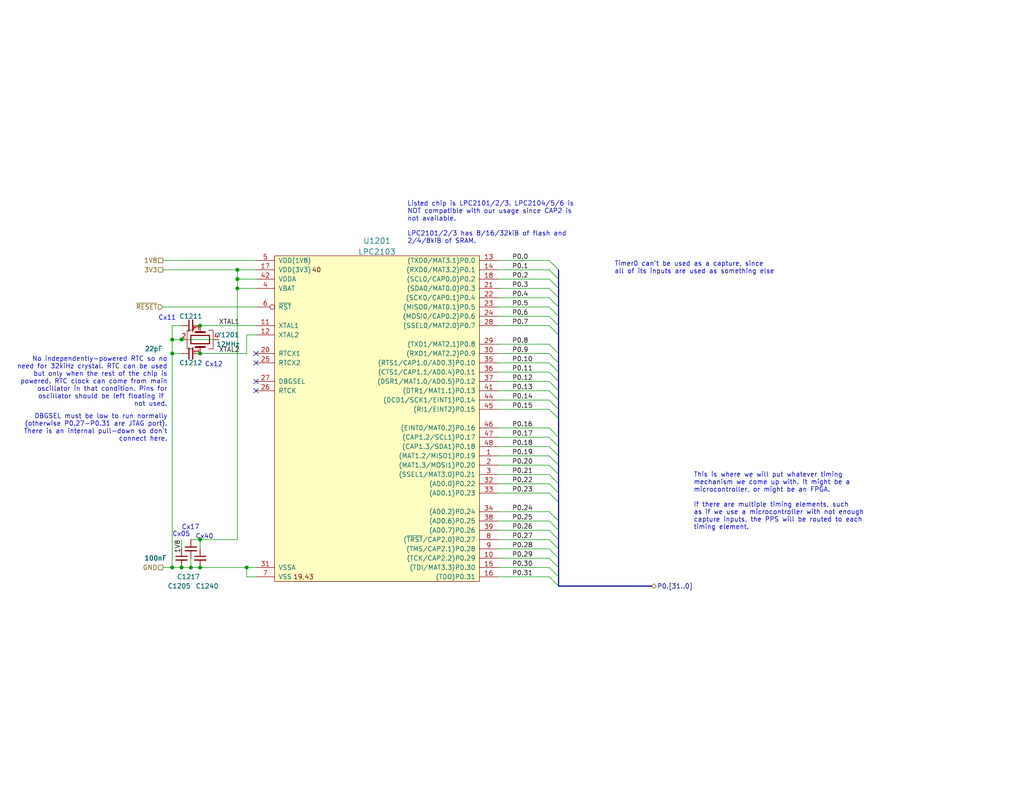
<source format=kicad_sch>
(kicad_sch (version 20230121) (generator eeschema)
  (paper "USLetter")
  (title_block (title "Rollercoasterometer") (date "2022-10-07") (company "Kwan Systems"))
  (lib_symbols
    (symbol "Device:C_Small" (pin_numbers hide) (pin_names (offset 0.254) hide)
      (property "Reference" "C" (at 0.254 1.778 0))
      (property "Value" "C_Small" (at 0.254 -2.032 0))
      (symbol "C_Small_0_1"
        (polyline (pts (xy -1.524 -0.508) (xy 1.524 -0.508)) (stroke (width 0.3302)))
        (polyline (pts (xy -1.524 0.508) (xy 1.524 0.508)) (stroke (width 0.3048)))
      )
      (symbol "C_Small_1_1"
        (pin passive line (at 0 2.54 270) (length 2.032) (name "~") (number "1"))
        (pin passive line (at 0 -2.54 90) (length 2.032) (name "~") (number "2"))
      )
    )
    (symbol "Device:Crystal_GND24" (pin_names (offset 1.016) hide)
      (property "Reference" "Y" (at 3.175 5.08 0))
      (property "Value" "Crystal_GND24" (at 3.175 3.175 0))
      (symbol "Crystal_GND24_0_1"
        (rectangle (start -1.143 2.54) (end 1.143 -2.54) (stroke (width 0.3048)))
        (polyline (pts (xy -2.54 0) (xy -2.032 0)))
        (polyline (pts (xy -2.032 -1.27) (xy -2.032 1.27)) (stroke (width 0.508)))
        (polyline (pts (xy 0 -3.81) (xy 0 -3.556)))
        (polyline (pts (xy 0 3.556) (xy 0 3.81)))
        (polyline (pts (xy 2.032 -1.27) (xy 2.032 1.27)) (stroke (width 0.508)))
        (polyline (pts (xy 2.032 0) (xy 2.54 0)))
        (polyline (pts (xy -2.54 -2.286) (xy -2.54 -3.556) (xy 2.54 -3.556) (xy 2.54 -2.286)))
        (polyline (pts (xy -2.54 2.286) (xy -2.54 3.556) (xy 2.54 3.556) (xy 2.54 2.286)))
      )
      (symbol "Crystal_GND24_1_1"
        (pin passive line (at -3.81 0 0) (length 1.27) (name "1") (number "1"))
        (pin passive line (at 0 5.08 270) (length 1.27) (name "2") (number "2"))
        (pin passive line (at 3.81 0 180) (length 1.27) (name "3") (number "3"))
        (pin passive line (at 0 -5.08 90) (length 1.27) (name "4") (number "4"))
      )
    )
    (symbol "KwanSystems:LPC2103" (pin_names (offset 1.016))
      (property "Reference" "U" (at 59.69 35.56 0))
      (property "Value" "LPC2103" (at 10.16 35.56 0))
      (symbol "LPC2103_0_0"
        (text "19,43" (at 10.16 -53.34 0) (effects (font (size 1.27 1.27)) (justify left)))
        (text "40" (at 16.51 30.48 0) (effects (font (size 1.27 1.27))))
      )
      (symbol "LPC2103_0_1"
        (rectangle (start 5.08 34.29) (end 60.96 -54.61) (fill (type background)))
      )
      (symbol "LPC2103_1_1"
        (pin bidirectional line (at 66.04 -20.32 180) (length 5.08) (name "(MAT1.2/MISO1)P0.19") (number "1"))
        (pin bidirectional line (at 66.04 -48.26 180) (length 5.08) (name "(TCK/CAP2.2)P0.29") (number "10"))
        (pin input line (at 0 15.24 0) (length 5.08) (name "XTAL1") (number "11"))
        (pin output line (at 0 12.7 0) (length 5.08) (name "XTAL2") (number "12"))
        (pin bidirectional line (at 66.04 33.02 180) (length 5.08) (name "(TXD0/MAT3.1)P0.0") (number "13"))
        (pin bidirectional line (at 66.04 30.48 180) (length 5.08) (name "(RXD0/MAT3.2)P0.1") (number "14"))
        (pin bidirectional line (at 66.04 -50.8 180) (length 5.08) (name "(TDI/MAT3.3)P0.30") (number "15"))
        (pin bidirectional line (at 66.04 -53.34 180) (length 5.08) (name "(TDO)P0.31") (number "16"))
        (pin power_in line (at 0 30.48 0) (length 5.08) (name "VDD(3V3)") (number "17"))
        (pin bidirectional line (at 66.04 27.94 180) (length 5.08) (name "(SCL0/CAP0.0)P0.2") (number "18"))
        (pin power_in line (at 0 -53.34 0) (length 5.08) hide (name "VSS") (number "19"))
        (pin bidirectional line (at 66.04 -22.86 180) (length 5.08) (name "(MAT1.3/MOSI1)P0.20") (number "2"))
        (pin input line (at 0 7.62 0) (length 5.08) (name "RTCX1") (number "20"))
        (pin bidirectional line (at 66.04 25.4 180) (length 5.08) (name "(SDA0/MAT0.0)P0.3") (number "21"))
        (pin bidirectional line (at 66.04 22.86 180) (length 5.08) (name "(SCK0/CAP0.1)P0.4") (number "22"))
        (pin bidirectional line (at 66.04 20.32 180) (length 5.08) (name "(MISO0/MAT0.1)P0.5") (number "23"))
        (pin bidirectional line (at 66.04 17.78 180) (length 5.08) (name "(MOSI0/CAP0.2)P0.6") (number "24"))
        (pin output line (at 0 5.08 0) (length 5.08) (name "RTCX2") (number "25"))
        (pin bidirectional line (at 0 -2.54 0) (length 5.08) (name "RTCK") (number "26"))
        (pin input line (at 0 0 0) (length 5.08) (name "DBGSEL") (number "27"))
        (pin bidirectional line (at 66.04 15.24 180) (length 5.08) (name "(SSEL0/MAT2.0)P0.7") (number "28"))
        (pin bidirectional line (at 66.04 10.16 180) (length 5.08) (name "(TXD1/MAT2.1)P0.8") (number "29"))
        (pin bidirectional line (at 66.04 -25.4 180) (length 5.08) (name "(SSEL1/MAT3.0)P0.21") (number "3"))
        (pin bidirectional line (at 66.04 7.62 180) (length 5.08) (name "(RXD1/MAT2.2)P0.9") (number "30"))
        (pin power_in line (at 0 -50.8 0) (length 5.08) (name "VSSA") (number "31"))
        (pin bidirectional line (at 66.04 -27.94 180) (length 5.08) (name "(AD0.0)P0.22") (number "32"))
        (pin bidirectional line (at 66.04 -30.48 180) (length 5.08) (name "(AD0.1)P0.23") (number "33"))
        (pin bidirectional line (at 66.04 -35.56 180) (length 5.08) (name "(AD0.2)P0.24") (number "34"))
        (pin bidirectional line (at 66.04 5.08 180) (length 5.08) (name "(RTS1/CAP1.0/AD0.3)P0.10") (number "35"))
        (pin bidirectional line (at 66.04 2.54 180) (length 5.08) (name "(CTS1/CAP1.1/AD0.4)P0.11") (number "36"))
        (pin bidirectional line (at 66.04 0 180) (length 5.08) (name "(DSR1/MAT1.0/AD0.5)P0.12") (number "37"))
        (pin bidirectional line (at 66.04 -38.1 180) (length 5.08) (name "(AD0.6)P0.25") (number "38"))
        (pin bidirectional line (at 66.04 -40.64 180) (length 5.08) (name "(AD0.7)P0.26") (number "39"))
        (pin power_in line (at 0 25.4 0) (length 5.08) (name "VBAT") (number "4"))
        (pin power_in line (at 0 30.48 0) (length 5.08) hide (name "VDD(3V3)") (number "40"))
        (pin bidirectional line (at 66.04 -2.54 180) (length 5.08) (name "(DTR1/MAT1.1)P0.13") (number "41"))
        (pin power_in line (at 0 27.94 0) (length 5.08) (name "VDDA") (number "42"))
        (pin power_in line (at 0 -53.34 0) (length 5.08) hide (name "VSS") (number "43"))
        (pin bidirectional line (at 66.04 -5.08 180) (length 5.08) (name "(DCD1/SCK1/EINT1)P0.14") (number "44"))
        (pin bidirectional line (at 66.04 -7.62 180) (length 5.08) (name "(RI1/EINT2)P0.15") (number "45"))
        (pin bidirectional line (at 66.04 -12.7 180) (length 5.08) (name "(EINT0/MAT0.2)P0.16") (number "46"))
        (pin bidirectional line (at 66.04 -15.24 180) (length 5.08) (name "(CAP1.2/SCL1)P0.17") (number "47"))
        (pin bidirectional line (at 66.04 -17.78 180) (length 5.08) (name "(CAP1.3/SDA1)P0.18") (number "48"))
        (pin power_in line (at 0 33.02 0) (length 5.08) (name "VDD(1V8)") (number "5"))
        (pin bidirectional inverted (at 0 20.32 0) (length 5.08) (name "~{RST}") (number "6"))
        (pin power_in line (at 0 -53.34 0) (length 5.08) (name "VSS") (number "7"))
        (pin bidirectional line (at 66.04 -43.18 180) (length 5.08) (name "(~{TRST}/CAP2.0)P0.27") (number "8"))
        (pin bidirectional line (at 66.04 -45.72 180) (length 5.08) (name "(TMS/CAP2.1)P0.28") (number "9"))
      )
    )
  )
  (junction (at 49.53 92.71))
  (junction (at 46.99 154.94))
  (junction (at 54.61 147.32))
  (junction (at 54.61 154.94))
  (junction (at 52.07 154.94))
  (junction (at 46.99 92.71))
  (junction (at 46.99 96.52))
  (junction (at 49.53 154.94))
  (junction (at 64.77 76.2))
  (junction (at 54.61 96.52))
  (junction (at 64.77 78.74))
  (junction (at 54.61 88.9))
  (junction (at 67.31 154.94))
  (junction (at 64.77 73.66))
  (no_connect (at 69.85 104.14))
  (no_connect (at 69.85 99.06))
  (no_connect (at 69.85 96.52))
  (no_connect (at 69.85 106.68))
  (bus_entry (at 149.86 139.7) (size 2.54 2.54))
  (bus_entry (at 149.86 116.84) (size 2.54 2.54))
  (bus_entry (at 149.86 127) (size 2.54 2.54))
  (bus_entry (at 149.86 76.2) (size 2.54 2.54))
  (bus_entry (at 149.86 119.38) (size 2.54 2.54))
  (bus_entry (at 149.86 96.52) (size 2.54 2.54))
  (bus_entry (at 149.86 73.66) (size 2.54 2.54))
  (bus_entry (at 149.86 144.78) (size 2.54 2.54))
  (bus_entry (at 149.86 129.54) (size 2.54 2.54))
  (bus_entry (at 149.86 111.76) (size 2.54 2.54))
  (bus_entry (at 149.86 86.36) (size 2.54 2.54))
  (bus_entry (at 149.86 101.6) (size 2.54 2.54))
  (bus_entry (at 149.86 93.98) (size 2.54 2.54))
  (bus_entry (at 149.86 106.68) (size 2.54 2.54))
  (bus_entry (at 149.86 157.48) (size 2.54 2.54))
  (bus_entry (at 149.86 149.86) (size 2.54 2.54))
  (bus_entry (at 149.86 81.28) (size 2.54 2.54))
  (bus_entry (at 149.86 99.06) (size 2.54 2.54))
  (bus_entry (at 149.86 152.4) (size 2.54 2.54))
  (bus_entry (at 149.86 142.24) (size 2.54 2.54))
  (bus_entry (at 149.86 104.14) (size 2.54 2.54))
  (bus_entry (at 149.86 124.46) (size 2.54 2.54))
  (bus_entry (at 149.86 134.62) (size 2.54 2.54))
  (bus_entry (at 149.86 132.08) (size 2.54 2.54))
  (bus_entry (at 149.86 154.94) (size 2.54 2.54))
  (bus_entry (at 149.86 109.22) (size 2.54 2.54))
  (bus_entry (at 149.86 83.82) (size 2.54 2.54))
  (bus_entry (at 149.86 88.9) (size 2.54 2.54))
  (bus_entry (at 149.86 78.74) (size 2.54 2.54))
  (bus_entry (at 149.86 147.32) (size 2.54 2.54))
  (bus_entry (at 149.86 121.92) (size 2.54 2.54))
  (bus_entry (at 149.86 71.12) (size 2.54 2.54))
  (wire (pts (xy 54.61 147.32) (xy 54.61 149.86)))
  (bus (pts (xy 152.4 81.28) (xy 152.4 83.82)))
  (wire (pts (xy 64.77 76.2) (xy 69.85 76.2)))
  (bus (pts (xy 152.4 121.92) (xy 152.4 124.46)))
  (bus (pts (xy 152.4 83.82) (xy 152.4 86.36)))
  (wire (pts (xy 135.89 104.14) (xy 149.86 104.14)))
  (bus (pts (xy 152.4 91.44) (xy 152.4 96.52)))
  (wire (pts (xy 135.89 149.86) (xy 149.86 149.86)))
  (wire (pts (xy 49.53 88.9) (xy 46.99 88.9)))
  (bus (pts (xy 152.4 86.36) (xy 152.4 88.9)))
  (bus (pts (xy 152.4 104.14) (xy 152.4 106.68)))
  (wire (pts (xy 46.99 92.71) (xy 46.99 96.52)))
  (wire (pts (xy 135.89 109.22) (xy 149.86 109.22)))
  (wire (pts (xy 49.53 154.94) (xy 52.07 154.94)))
  (wire (pts (xy 49.53 147.32) (xy 49.53 149.86)))
  (bus (pts (xy 152.4 73.66) (xy 152.4 76.2)))
  (wire (pts (xy 52.07 154.94) (xy 54.61 154.94)))
  (bus (pts (xy 152.4 154.94) (xy 152.4 157.48)))
  (wire (pts (xy 44.45 73.66) (xy 64.77 73.66)))
  (wire (pts (xy 49.53 92.71) (xy 59.69 92.71)))
  (bus (pts (xy 152.4 101.6) (xy 152.4 104.14)))
  (wire (pts (xy 64.77 78.74) (xy 69.85 78.74)))
  (wire (pts (xy 135.89 76.2) (xy 149.86 76.2)))
  (wire (pts (xy 54.61 147.32) (xy 52.07 147.32)))
  (bus (pts (xy 152.4 88.9) (xy 152.4 91.44)))
  (bus (pts (xy 152.4 149.86) (xy 152.4 152.4)))
  (bus (pts (xy 152.4 109.22) (xy 152.4 111.76)))
  (wire (pts (xy 135.89 83.82) (xy 149.86 83.82)))
  (wire (pts (xy 54.61 154.94) (xy 67.31 154.94)))
  (bus (pts (xy 152.4 142.24) (xy 152.4 144.78)))
  (wire (pts (xy 135.89 93.98) (xy 149.86 93.98)))
  (wire (pts (xy 67.31 157.48) (xy 69.85 157.48)))
  (wire (pts (xy 135.89 99.06) (xy 149.86 99.06)))
  (bus (pts (xy 152.4 137.16) (xy 152.4 142.24)))
  (bus (pts (xy 152.4 99.06) (xy 152.4 101.6)))
  (bus (pts (xy 152.4 96.52) (xy 152.4 99.06)))
  (wire (pts (xy 135.89 71.12) (xy 149.86 71.12)))
  (bus (pts (xy 152.4 132.08) (xy 152.4 134.62)))
  (wire (pts (xy 135.89 88.9) (xy 149.86 88.9)))
  (wire (pts (xy 135.89 78.74) (xy 149.86 78.74)))
  (bus (pts (xy 152.4 78.74) (xy 152.4 81.28)))
  (wire (pts (xy 135.89 86.36) (xy 149.86 86.36)))
  (wire (pts (xy 135.89 154.94) (xy 149.86 154.94)))
  (bus (pts (xy 152.4 160.02) (xy 177.8 160.02)))
  (wire (pts (xy 135.89 119.38) (xy 149.86 119.38)))
  (wire (pts (xy 46.99 92.71) (xy 49.53 92.71)))
  (wire (pts (xy 64.77 78.74) (xy 64.77 147.32)))
  (wire (pts (xy 135.89 81.28) (xy 149.86 81.28)))
  (wire (pts (xy 64.77 73.66) (xy 69.85 73.66)))
  (wire (pts (xy 135.89 127) (xy 149.86 127)))
  (bus (pts (xy 152.4 119.38) (xy 152.4 121.92)))
  (wire (pts (xy 135.89 116.84) (xy 149.86 116.84)))
  (wire (pts (xy 44.45 154.94) (xy 46.99 154.94)))
  (wire (pts (xy 135.89 96.52) (xy 149.86 96.52)))
  (wire (pts (xy 135.89 147.32) (xy 149.86 147.32)))
  (wire (pts (xy 67.31 154.94) (xy 69.85 154.94)))
  (wire (pts (xy 135.89 139.7) (xy 149.86 139.7)))
  (bus (pts (xy 152.4 127) (xy 152.4 129.54)))
  (wire (pts (xy 135.89 134.62) (xy 149.86 134.62)))
  (wire (pts (xy 135.89 157.48) (xy 149.86 157.48)))
  (wire (pts (xy 46.99 154.94) (xy 49.53 154.94)))
  (wire (pts (xy 135.89 152.4) (xy 149.86 152.4)))
  (bus (pts (xy 152.4 114.3) (xy 152.4 119.38)))
  (wire (pts (xy 44.45 71.12) (xy 69.85 71.12)))
  (bus (pts (xy 152.4 157.48) (xy 152.4 160.02)))
  (wire (pts (xy 67.31 96.52) (xy 54.61 96.52)))
  (wire (pts (xy 135.89 142.24) (xy 149.86 142.24)))
  (bus (pts (xy 152.4 129.54) (xy 152.4 132.08)))
  (wire (pts (xy 64.77 76.2) (xy 64.77 73.66)))
  (bus (pts (xy 152.4 106.68) (xy 152.4 109.22)))
  (bus (pts (xy 152.4 111.76) (xy 152.4 114.3)))
  (wire (pts (xy 46.99 96.52) (xy 49.53 96.52)))
  (wire (pts (xy 44.45 83.82) (xy 69.85 83.82)))
  (bus (pts (xy 152.4 152.4) (xy 152.4 154.94)))
  (wire (pts (xy 135.89 124.46) (xy 149.86 124.46)))
  (wire (pts (xy 135.89 73.66) (xy 149.86 73.66)))
  (bus (pts (xy 152.4 134.62) (xy 152.4 137.16)))
  (wire (pts (xy 135.89 101.6) (xy 149.86 101.6)))
  (wire (pts (xy 67.31 91.44) (xy 67.31 96.52)))
  (wire (pts (xy 69.85 91.44) (xy 67.31 91.44)))
  (wire (pts (xy 67.31 154.94) (xy 67.31 157.48)))
  (bus (pts (xy 152.4 76.2) (xy 152.4 78.74)))
  (bus (pts (xy 152.4 147.32) (xy 152.4 149.86)))
  (wire (pts (xy 135.89 111.76) (xy 149.86 111.76)))
  (wire (pts (xy 135.89 121.92) (xy 149.86 121.92)))
  (bus (pts (xy 152.4 124.46) (xy 152.4 127)))
  (wire (pts (xy 135.89 132.08) (xy 149.86 132.08)))
  (wire (pts (xy 135.89 144.78) (xy 149.86 144.78)))
  (wire (pts (xy 135.89 106.68) (xy 149.86 106.68)))
  (wire (pts (xy 54.61 88.9) (xy 69.85 88.9)))
  (bus (pts (xy 152.4 144.78) (xy 152.4 147.32)))
  (wire (pts (xy 52.07 152.4) (xy 52.07 154.94)))
  (wire (pts (xy 64.77 76.2) (xy 64.77 78.74)))
  (wire (pts (xy 46.99 96.52) (xy 46.99 154.94)))
  (wire (pts (xy 54.61 147.32) (xy 64.77 147.32)))
  (wire (pts (xy 135.89 129.54) (xy 149.86 129.54)))
  (wire (pts (xy 46.99 88.9) (xy 46.99 92.71)))
  (text "No independently-powered RTC so no\nneed for 32kiHz crystal. RTC can be used\nbut only when the rest of the chip is\npowered. RTC clock can come from main\noscillator in that condition. Pins for\noscillator should be left floating if \nnot used." (at 45.72 111.125 0) (effects (font (size 1.27 1.27)) (justify right bottom)))
  (text "Listed chip is LPC2101/2/3. LPC2104/5/6 is \nNOT compatible with our usage since CAP2 is\nnot available.\n\nLPC2101/2/3 has 8/16/32kiB of flash and \n2/4/8kiB of SRAM." (at 111.125 66.675 0) (effects (font (size 1.27 1.27)) (justify left bottom)))
  (text "Cx05" (at 46.99 146.685 0) (effects (font (size 1.27 1.27)) (justify left bottom)))
  (text "Timer0 can't be used as a capture, since\nall of its inputs are used as something else" (at 167.64 74.93 0) (effects (font (size 1.27 1.27)) (justify left bottom)))
  (text "Cx12" (at 55.88 100.33 0) (effects (font (size 1.27 1.27)) (justify left bottom)))
  (text "DBGSEL must be low to run normally\n(otherwise P0.27-P0.31 are JTAG port).\nThere is an internal pull-down so don't\nconnect here." (at 45.72 120.65 0) (effects (font (size 1.27 1.27)) (justify right bottom)))
  (text "Cx17" (at 49.53 144.78 0) (effects (font (size 1.27 1.27)) (justify left bottom)))
  (text "This is where we will put whatever timing\nmechanism we come up with. It might be a\nmicrocontroller, or might be an FPGA.\n\nIf there are multiple timing elements, such\nas if we use a microcontroller with not enough\ncapture inputs, the PPS will be routed to each\ntiming element." (at 189.23 144.78 0) (effects (font (size 1.27 1.27)) (justify left bottom)))
  (text "Cx11" (at 43.18 87.63 0) (effects (font (size 1.27 1.27)) (justify left bottom)))
  (text "Cx40" (at 53.34 147.32 0) (effects (font (size 1.27 1.27)) (justify left bottom)))
  (label "P0.11" (at 139.7 101.6 0))
  (label "P0.3" (at 139.7 78.74 0))
  (label "P0.30" (at 139.7 154.94 0))
  (label "P0.29" (at 139.7 152.4 0))
  (label "XTAL1" (at 59.69 88.9 0))
  (label "P0.13" (at 139.7 106.68 0))
  (label "P0.24" (at 139.7 139.7 0))
  (label "P0.23" (at 139.7 134.62 0))
  (label "P0.16" (at 139.7 116.84 0))
  (label "P0.8" (at 139.7 93.98 0))
  (label "P0.6" (at 139.7 86.36 0))
  (label "P0.12" (at 139.7 104.14 0))
  (label "P0.2" (at 139.7 76.2 0))
  (label "P0.19" (at 139.7 124.46 0))
  (label "P0.15" (at 139.7 111.76 0))
  (label "P0.0" (at 139.7 71.12 0))
  (label "P0.14" (at 139.7 109.22 0))
  (label "P0.26" (at 139.7 144.78 0))
  (label "P0.21" (at 139.7 129.54 0))
  (label "P0.28" (at 139.7 149.86 0))
  (label "P0.25" (at 139.7 142.24 0))
  (label "P0.31" (at 139.7 157.48 0))
  (label "P0.17" (at 139.7 119.38 0))
  (label "P0.5" (at 139.7 83.82 0))
  (label "P0.1" (at 139.7 73.66 0))
  (label "P0.18" (at 139.7 121.92 0))
  (label "P0.20" (at 139.7 127 0))
  (label "P0.10" (at 139.7 99.06 0))
  (label "P0.7" (at 139.7 88.9 0))
  (label "P0.4" (at 139.7 81.28 0))
  (label "P0.9" (at 139.7 96.52 0))
  (label "P0.27" (at 139.7 147.32 0))
  (label "1V8" (at 49.53 147.32 270))
  (label "XTAL2" (at 59.69 96.52 0))
  (label "P0.22" (at 139.7 132.08 0))
  (hierarchical_label "3V3" (shape passive) (at 44.45 73.66 180))
  (hierarchical_label "~{RESET}" (shape input) (at 44.45 83.82 180))
  (hierarchical_label "1V8" (shape passive) (at 44.45 71.12 180))
  (hierarchical_label "GND" (shape passive) (at 44.45 154.94 180))
  (hierarchical_label "P0.[31..0]" (shape bidirectional) (at 177.8 160.02 0))
  (symbol (lib_id "Device:C_Small") (at 49.53 152.4 0) (unit 1)
    (property "Reference" "C1205" (at 45.72 160.02 0) (effects (justify left)))
    (property "Value" "100nF" (at 39.37 152.4 0) (effects (justify left)))
    (property "Footprint" "Capacitor_SMD:C_0603_1608Metric" (effects hide))
    (property "Digikey" "399-C0402C104K4RAC7411CT-ND" (effects hide))
    (property "Number on hand" "24" (effects hide))
  )
  (symbol (lib_id "Device:C_Small") (at 52.07 149.86 0) (unit 1)
    (property "Reference" "C1217" (at 48.26 157.48 0) (effects (justify left)))
    (property "Value" "100nF" (at 39.37 152.4 0) (effects (justify left)))
    (property "Footprint" "Capacitor_SMD:C_0603_1608Metric" (effects hide))
    (property "Digikey" "399-C0402C104K4RAC7411CT-ND" (effects hide))
    (property "Number on hand" "24" (effects hide))
  )
  (symbol (lib_id "Device:Crystal_GND24") (at 54.61 92.71 90) (unit 1)
    (property "Reference" "Y1201" (at 62.23 91.44 90))
    (property "Value" "12MHz" (at 62.23 93.98 90))
    (property "Footprint" "Crystal:Crystal_SMD_Abracon_ABM8G-4Pin_3.2x2.5mm" (effects hide))
    (property "Datasheet" "https://abracon.com/Resonators/ABM8G.pdf" (effects hide))
    (property "Digikey" "535-14128-1-ND" (effects hide))
    (property "Part Number" "ABM8G-12.000MHZ-17-D2Y" (effects hide))
    (property "Load Capacitance" "18pF" (effects hide))
    (property "Temperature Range" "D - -40C ~ +85C" (effects hide))
    (property "Freq Tolerance" "2 - +/-20ppm" (effects hide))
    (property "Freq Stability" "Y - +/-30ppm" (effects hide))
    (property "Number on hand" "1" (effects hide))
    (property "Purpose" "Timer crystal" (effects hide))
  )
  (symbol (lib_id "Device:C_Small") (at 52.07 96.52 90) (unit 1)
    (property "Reference" "C1212" (at 52.07 99.06 90))
    (property "Value" "22pF" (at 41.91 95.25 90))
    (property "Footprint" "Capacitor_SMD:C_0603_1608Metric" (effects hide))
    (property "Digikey" "399-17554-1-ND" (effects hide))
    (property "Number on hand" "8" (effects hide))
  )
  (symbol (lib_id "Device:C_Small") (at 52.07 88.9 90) (unit 1)
    (property "Reference" "C1211" (at 52.07 86.36 90))
    (property "Value" "22pF" (at 41.91 95.25 90))
    (property "Footprint" "Capacitor_SMD:C_0603_1608Metric" (effects hide))
    (property "Digikey" "399-17554-1-ND" (effects hide))
    (property "Number on hand" "8" (effects hide))
  )
  (symbol (lib_id "KwanSystems:LPC2103") (at 69.85 104.14 0) (unit 1)
    (property "Reference" "U1201" (at 102.87 65.7659 0) (effects (font (size 1.524 1.524))))
    (property "Value" "LPC2103" (at 102.87 68.7593 0) (effects (font (size 1.524 1.524))))
    (property "Footprint" "Package_QFP:LQFP-48_7x7mm_P0.5mm" (effects hide))
    (property "Digikey" "568-LPC2103FBD48EL-ND" (effects hide))
    (property "Purpose" "Timer" (effects hide))
    (property "Number on hand" "4" (effects hide))
  )
  (symbol (lib_id "Device:C_Small") (at 54.61 152.4 0) (unit 1)
    (property "Reference" "C1240" (at 53.34 160.02 0) (effects (justify left)))
    (property "Value" "100nF" (at 39.37 152.4 0) (effects (justify left)))
    (property "Footprint" "Capacitor_SMD:C_0603_1608Metric" (effects hide))
    (property "Digikey" "399-C0402C104K4RAC7411CT-ND" (effects hide))
    (property "Number on hand" "24" (effects hide))
  )
)
</source>
